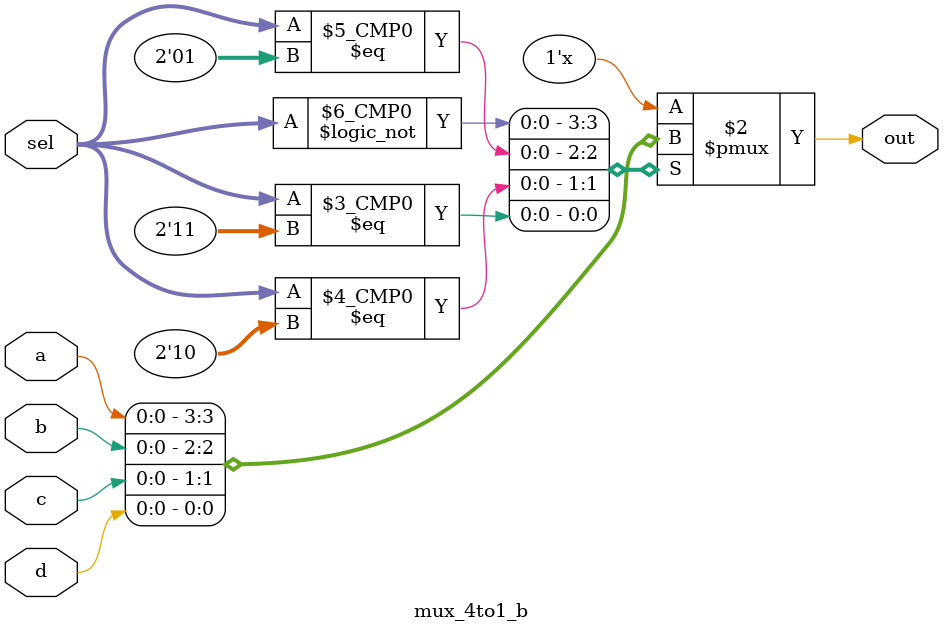
<source format=v>
module mux_4to1_b (
    input a,b,c,d, input [1:0]sel,
    output reg out
);
    
always@(*)begin
    case (sel)
       2'b00 : out=a;
       2'b01 : out=b;
       2'b10 : out=c;
       2'b11 : out=d;
        default: out=1'bz;
    endcase
end
endmodule

</source>
